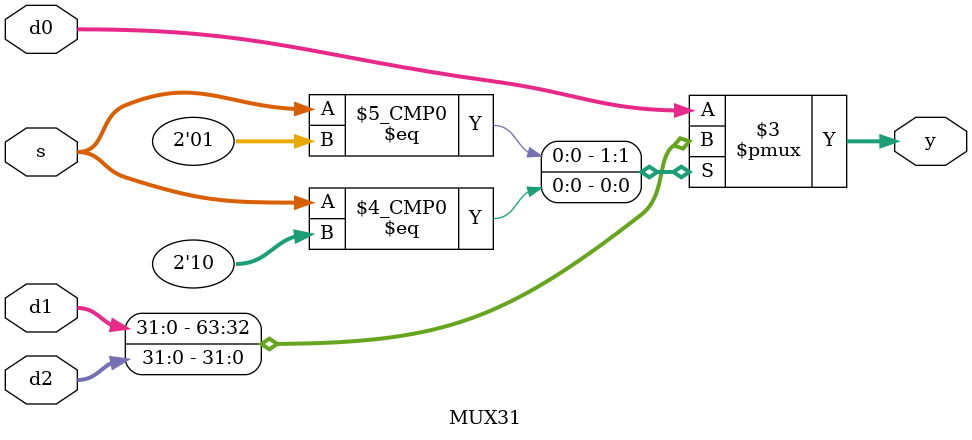
<source format=sv>
`timescale 1ns / 1ps
module MUX31(
    input logic [31:0] d0,
    input logic [31:0] d1,
    input logic [31:0] d2,
    input logic [1:0] s,
    output logic [31:0] y
);

always @* begin
    case (s)
        2'b01: y <= d1;
        2'b10: y <= d2;
        default: y <= d0;
    endcase
end

endmodule

</source>
